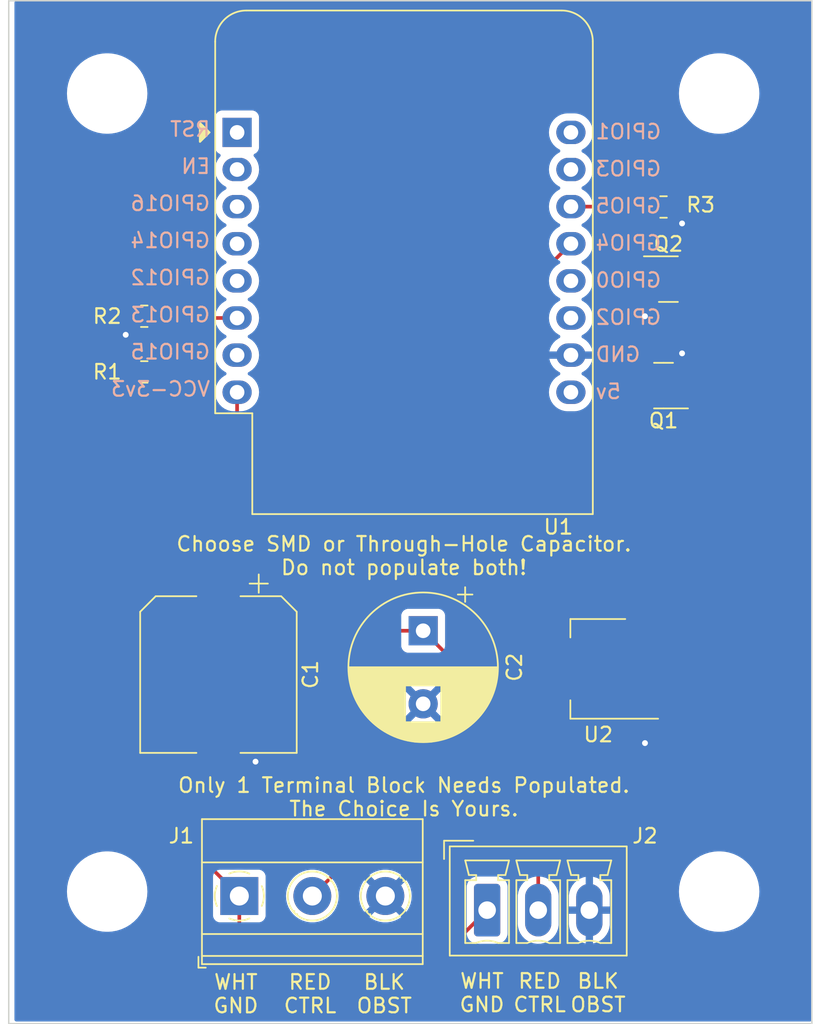
<source format=kicad_pcb>
(kicad_pcb (version 20221018) (generator pcbnew)
  (layers (0 "F.Cu" signal) (31 "B.Cu" signal) (34 "B.Paste" user) (35 "F.Paste" user) (36 "B.SilkS" user "B.Silkscreen") (37 "F.SilkS" user "F.Silkscreen") (38 "B.Mask" user) (39 "F.Mask" user) (44 "Edge.Cuts" user))
  (net 0 "")
  (net 1 "Net-(J1-Pin_2)")
  (net 2 "Net-(J1-Pin_1)")
  (net 3 "Net-(Q1-D)")
  (net 4 "Net-(Q2-G)")
  (net 5 "Net-(U1-MOSI{slash}D7)")
  (net 11 "unconnected-(U1-CS{slash}D8-Pad7)")
  (net 17 "GND")
  (net 18 "VCC")
  (footprint "Package_TO_SOT_SMD:SOT-223-3_TabPin2" (layer "F.Cu") (at 154.28 102.87 180)
    (fp_text reference "U2" (at 0 -4.5) (layer "F.SilkS"))
    (fp_text value "AMS1117-3.3")
    (fp_line (start -4.1 -3.41) (end 1.91 -3.41) (stroke (width 0.12)) (layer "F.SilkS"))
    (fp_line (start -1.85 3.41) (end 1.91 3.41) (stroke (width 0.12)) (layer "F.SilkS"))
    (fp_line (start 1.91 -3.41) (end 1.91 -2.15) (stroke (width 0.12)) (layer "F.SilkS"))
    (fp_line (start 1.91 3.41) (end 1.91 2.15) (stroke (width 0.12)) (layer "F.SilkS"))
    (pad "1" smd rect (at -3.15 -2.3 180) (size 2 1.5) (layers "F.Cu" "F.Paste" "F.Mask") (net 17 "GND"))
    (pad "2" smd rect (at -3.15 0 180) (size 2 1.5) (layers "F.Cu" "F.Paste" "F.Mask") (net 18 "VCC"))
    (pad "2" smd rect (at 3.15 0 180) (size 2 3.8) (layers "F.Cu" "F.Paste" "F.Mask") (net 18 "VCC"))
    (pad "3" smd rect (at -3.15 2.3 180) (size 2 1.5) (layers "F.Cu" "F.Paste" "F.Mask") (net 1 "Net-(J1-Pin_2)"))
  )
  (footprint "Resistor_SMD:R_0805_2012Metric" (layer "F.Cu") (at 158.75 71.264162 180)
    (fp_text reference "R3" (at -2.54 0.144162) (layer "F.SilkS"))
    (fp_text value "10k")
    (fp_line (start -0.227064 -0.735) (end 0.227064 -0.735) (stroke (width 0.12)) (layer "F.SilkS"))
    (fp_line (start -0.227064 0.735) (end 0.227064 0.735) (stroke (width 0.12)) (layer "F.SilkS"))
    (pad "1" smd roundrect (at -0.9125 0 180) (size 1.025 1.4) (layers "F.Cu" "F.Paste" "F.Mask") (roundrect_rratio 0.243902439) (net 17 "GND"))
    (pad "2" smd roundrect (at 0.9125 0 180) (size 1.025 1.4) (layers "F.Cu" "F.Paste" "F.Mask") (roundrect_rratio 0.243902439) (net 4 "Net-(Q2-G)"))
  )
  (footprint "MountingHole:MountingHole_5mm" (layer "F.Cu") (at 162.56 63.5)
    (fp_text reference "REF**" hide)
    (fp_text value "MountingHole_5mm")
    (pad "" np_thru_hole circle (at 0 0) (size 5 5) (drill 5) (layers "*.Cu" "*.Mask"))
  )
  (footprint "MountingHole:MountingHole_5mm" (layer "F.Cu") (at 162.56 118.11)
    (fp_text reference "REF**" hide)
    (fp_text value "MountingHole_5mm")
    (pad "" np_thru_hole circle (at 0 0) (size 5 5) (drill 5) (layers "F&B.Cu" "*.Mask"))
  )
  (footprint "Module:WEMOS_D1_mini_light" (layer "F.Cu") (at 129.5475 66.16)
    (fp_text reference "U1" (at 22 27) (layer "F.SilkS"))
    (fp_text value "WeMos_D1_mini")
    (fp_line (start -1.5 19.22) (end -1.5 -6.21) (stroke (width 0.12)) (layer "F.SilkS"))
    (fp_line (start -1.5 19.22) (end 1.04 19.22) (stroke (width 0.12)) (layer "F.SilkS"))
    (fp_line (start 1.04 19.22) (end 1.04 26.12) (stroke (width 0.12)) (layer "F.SilkS"))
    (fp_line (start 1.04 26.12) (end 24.36 26.12) (stroke (width 0.12)) (layer "F.SilkS"))
    (fp_line (start 22.24 -8.34) (end 0.63 -8.34) (stroke (width 0.12)) (layer "F.SilkS"))
    (fp_line (start 24.36 26.12) (end 24.36 -6.21) (stroke (width 0.12)) (layer "F.SilkS"))
    (fp_arc (start -1.5 -6.21) (mid -0.876137 -7.716137) (end 0.63 -8.34) (stroke (width 0.12)) (layer "F.SilkS"))
    (fp_arc (start 22.23 -8.34) (mid 23.736137 -7.716137) (end 24.36 -6.21) (stroke (width 0.12)) (layer "F.SilkS"))
    (fp_poly (pts (xy -2.54 -0.635) (xy -2.54 0.635) (xy -1.905 0)) (stroke (width 0.15)) (fill solid) (layer "F.SilkS"))
    (pad "1" thru_hole rect (at 0 0) (size 2 2) (drill 1) (layers "*.Cu" "*.Mask"))
    (pad "2" thru_hole oval (at 0 2.54) (size 2 1.6) (drill 1) (layers "*.Cu" "*.Mask"))
    (pad "3" thru_hole oval (at 0 5.08) (size 2 1.6) (drill 1) (layers "*.Cu" "*.Mask"))
    (pad "4" thru_hole oval (at 0 7.62) (size 2 1.6) (drill 1) (layers "*.Cu" "*.Mask"))
    (pad "5" thru_hole oval (at 0 10.16) (size 2 1.6) (drill 1) (layers "*.Cu" "*.Mask"))
    (pad "6" thru_hole oval (at 0 12.7) (size 2 1.6) (drill 1) (layers "*.Cu" "*.Mask") (net 5 "Net-(U1-MOSI{slash}D7)"))
    (pad "7" thru_hole oval (at 0 15.24) (size 2 1.6) (drill 1) (layers "*.Cu" "*.Mask") (net 11 "unconnected-(U1-CS{slash}D8-Pad7)"))
    (pad "8" thru_hole oval (at 0 17.78) (size 2 1.6) (drill 1) (layers "*.Cu" "*.Mask") (net 18 "VCC"))
    (pad "9" thru_hole oval (at 22.86 17.78) (size 2 1.6) (drill 1) (layers "*.Cu" "*.Mask"))
    (pad "10" thru_hole oval (at 22.86 15.24) (size 2 1.6) (drill 1) (layers "*.Cu" "*.Mask") (net 17 "GND"))
    (pad "11" thru_hole oval (at 22.86 12.7) (size 2 1.6) (drill 1) (layers "*.Cu" "*.Mask"))
    (pad "12" thru_hole oval (at 22.86 10.16) (size 2 1.6) (drill 1) (layers "*.Cu" "*.Mask"))
    (pad "13" thru_hole oval (at 22.86 7.62) (size 2 1.6) (drill 1) (layers "*.Cu" "*.Mask") (net 3 "Net-(Q1-D)"))
    (pad "14" thru_hole oval (at 22.86 5.08) (size 2 1.6) (drill 1) (layers "*.Cu" "*.Mask") (net 4 "Net-(Q2-G)"))
    (pad "15" thru_hole oval (at 22.86 2.54) (size 2 1.6) (drill 1) (layers "*.Cu" "*.Mask"))
    (pad "16" thru_hole oval (at 22.86 0) (size 2 1.6) (drill 1) (layers "*.Cu" "*.Mask"))
  )
  (footprint "MountingHole:MountingHole_5mm" (layer "F.Cu") (at 120.65 118.11)
    (fp_text reference "REF**" hide)
    (fp_text value "MountingHole_5mm")
    (pad "" np_thru_hole circle (at 0 0) (size 5 5) (drill 5) (layers "F&B.Cu" "*.Mask"))
  )
  (footprint "MountingHole:MountingHole_5mm" (layer "F.Cu") (at 120.65 63.5)
    (fp_text reference "REF**" hide)
    (fp_text value "MountingHole_5mm")
    (pad "" np_thru_hole circle (at 0 0) (size 5 5) (drill 5) (layers "F&B.Cu" "*.Mask"))
  )
  (footprint "Package_TO_SOT_SMD:SOT-23" (layer "F.Cu") (at 159.0825 76.2)
    (fp_text reference "Q2" (at 0 -2.4) (layer "F.SilkS"))
    (fp_text value "AO3400A")
    (fp_line (start 0 -1.56) (end -1.675 -1.56) (stroke (width 0.12)) (layer "F.SilkS"))
    (fp_line (start 0 -1.56) (end 0.65 -1.56) (stroke (width 0.12)) (layer "F.SilkS"))
    (fp_line (start 0 1.56) (end -0.65 1.56) (stroke (width 0.12)) (layer "F.SilkS"))
    (fp_line (start 0 1.56) (end 0.65 1.56) (stroke (width 0.12)) (layer "F.SilkS"))
    (pad "1" smd roundrect (at -0.9375 -0.95) (size 1.475 0.6) (layers "F.Cu" "F.Paste" "F.Mask") (net 4 "Net-(Q2-G)"))
    (pad "2" smd roundrect (at -0.9375 0.95) (size 1.475 0.6) (layers "F.Cu" "F.Paste" "F.Mask") (net 17 "GND"))
    (pad "3" smd roundrect (at 0.9375 0) (size 1.475 0.6) (layers "F.Cu" "F.Paste" "F.Mask") (net 1 "Net-(J1-Pin_2)"))
  )
  (footprint "Capacitor_THT:CP_Radial_D10.0mm_P5.00mm" (layer "F.Cu") (at 142.289668 100.262965 -90)
    (fp_text reference "C2" (at 2.5 -6.25 90) (layer "F.SilkS"))
    (fp_text value "16v1000uf")
    (fp_line (start -2.979646 -2.875) (end -1.979646 -2.875) (stroke (width 0.12)) (layer "F.SilkS"))
    (fp_line (start -2.479646 -3.375) (end -2.479646 -2.375) (stroke (width 0.12)) (layer "F.SilkS"))
    (fp_line (start 2.5 -5.08) (end 2.5 5.08) (stroke (width 0.12)) (layer "F.SilkS"))
    (fp_line (start 2.54 -5.08) (end 2.54 5.08) (stroke (width 0.12)) (layer "F.SilkS"))
    (fp_line (start 2.58 -5.08) (end 2.58 5.08) (stroke (width 0.12)) (layer "F.SilkS"))
    (fp_line (start 2.62 -5.079) (end 2.62 5.079) (stroke (width 0.12)) (layer "F.SilkS"))
    (fp_line (start 2.66 -5.078) (end 2.66 5.078) (stroke (width 0.12)) (layer "F.SilkS"))
    (fp_line (start 2.7 -5.077) (end 2.7 5.077) (stroke (width 0.12)) (layer "F.SilkS"))
    (fp_line (start 2.74 -5.075) (end 2.74 5.075) (stroke (width 0.12)) (layer "F.SilkS"))
    (fp_line (start 2.78 -5.073) (end 2.78 5.073) (stroke (width 0.12)) (layer "F.SilkS"))
    (fp_line (start 2.82 -5.07) (end 2.82 5.07) (stroke (width 0.12)) (layer "F.SilkS"))
    (fp_line (start 2.86 -5.068) (end 2.86 5.068) (stroke (width 0.12)) (layer "F.SilkS"))
    (fp_line (start 2.9 -5.065) (end 2.9 5.065) (stroke (width 0.12)) (layer "F.SilkS"))
    (fp_line (start 2.94 -5.062) (end 2.94 5.062) (stroke (width 0.12)) (layer "F.SilkS"))
    (fp_line (start 2.98 -5.058) (end 2.98 5.058) (stroke (width 0.12)) (layer "F.SilkS"))
    (fp_line (start 3.02 -5.054) (end 3.02 5.054) (stroke (width 0.12)) (layer "F.SilkS"))
    (fp_line (start 3.06 -5.05) (end 3.06 5.05) (stroke (width 0.12)) (layer "F.SilkS"))
    (fp_line (start 3.1 -5.045) (end 3.1 5.045) (stroke (width 0.12)) (layer "F.SilkS"))
    (fp_line (start 3.14 -5.04) (end 3.14 5.04) (stroke (width 0.12)) (layer "F.SilkS"))
    (fp_line (start 3.18 -5.035) (end 3.18 5.035) (stroke (width 0.12)) (layer "F.SilkS"))
    (fp_line (start 3.221 -5.03) (end 3.221 5.03) (stroke (width 0.12)) (layer "F.SilkS"))
    (fp_line (start 3.261 -5.024) (end 3.261 5.024) (stroke (width 0.12)) (layer "F.SilkS"))
    (fp_line (start 3.301 -5.018) (end 3.301 5.018) (stroke (width 0.12)) (layer "F.SilkS"))
    (fp_line (start 3.341 -5.011) (end 3.341 5.011) (stroke (width 0.12)) (layer "F.SilkS"))
    (fp_line (start 3.381 -5.004) (end 3.381 5.004) (stroke (width 0.12)) (layer "F.SilkS"))
    (fp_line (start 3.421 -4.997) (end 3.421 4.997) (stroke (width 0.12)) (layer "F.SilkS"))
    (fp_line (start 3.461 -4.99) (end 3.461 4.99) (stroke (width 0.12)) (layer "F.SilkS"))
    (fp_line (start 3.501 -4.982) (end 3.501 4.982) (stroke (width 0.12)) (layer "F.SilkS"))
    (fp_line (start 3.541 -4.974) (end 3.541 4.974) (stroke (width 0.12)) (layer "F.SilkS"))
    (fp_line (start 3.581 -4.965) (end 3.581 4.965) (stroke (width 0.12)) (layer "F.SilkS"))
    (fp_line (start 3.621 -4.956) (end 3.621 4.956) (stroke (width 0.12)) (layer "F.SilkS"))
    (fp_line (start 3.661 -4.947) (end 3.661 4.947) (stroke (width 0.12)) (layer "F.SilkS"))
    (fp_line (start 3.701 -4.938) (end 3.701 4.938) (stroke (width 0.12)) (layer "F.SilkS"))
    (fp_line (start 3.741 -4.928) (end 3.741 4.928) (stroke (width 0.12)) (layer "F.SilkS"))
    (fp_line (start 3.781 -4.918) (end 3.781 -1.241) (stroke (width 0.12)) (layer "F.SilkS"))
    (fp_line (start 3.781 1.241) (end 3.781 4.918) (stroke (width 0.12)) (layer "F.SilkS"))
    (fp_line (start 3.821 -4.907) (end 3.821 -1.241) (stroke (width 0.12)) (layer "F.SilkS"))
    (fp_line (start 3.821 1.241) (end 3.821 4.907) (stroke (width 0.12)) (layer "F.SilkS"))
    (fp_line (start 3.861 -4.897) (end 3.861 -1.241) (stroke (width 0.12)) (layer "F.SilkS"))
    (fp_line (start 3.861 1.241) (end 3.861 4.897) (stroke (width 0.12)) (layer "F.SilkS"))
    (fp_line (start 3.901 -4.885) (end 3.901 -1.241) (stroke (width 0.12)) (layer "F.SilkS"))
    (fp_line (start 3.901 1.241) (end 3.901 4.885) (stroke (width 0.12)) (layer "F.SilkS"))
    (fp_line (start 3.941 -4.874) (end 3.941 -1.241) (stroke (width 0.12)) (layer "F.SilkS"))
    (fp_line (start 3.941 1.241) (end 3.941 4.874) (stroke (width 0.12)) (layer "F.SilkS"))
    (fp_line (start 3.981 -4.862) (end 3.981 -1.241) (stroke (width 0.12)) (layer "F.SilkS"))
    (fp_line (start 3.981 1.241) (end 3.981 4.862) (stroke (width 0.12)) (layer "F.SilkS"))
    (fp_line (start 4.021 -4.85) (end 4.021 -1.241) (stroke (width 0.12)) (layer "F.SilkS"))
    (fp_line (start 4.021 1.241) (end 4.021 4.85) (stroke (width 0.12)) (layer "F.SilkS"))
    (fp_line (start 4.061 -4.837) (end 4.061 -1.241) (stroke (width 0.12)) (layer "F.SilkS"))
    (fp_line (start 4.061 1.241) (end 4.061 4.837) (stroke (width 0.12)) (layer "F.SilkS"))
    (fp_line (start 4.101 -4.824) (end 4.101 -1.241) (stroke (width 0.12)) (layer "F.SilkS"))
    (fp_line (start 4.101 1.241) (end 4.101 4.824) (stroke (width 0.12)) (layer "F.SilkS"))
    (fp_line (start 4.141 -4.811) (end 4.141 -1.241) (stroke (width 0.12)) (layer "F.SilkS"))
    (fp_line (start 4.141 1.241) (end 4.141 4.811) (stroke (width 0.12)) (layer "F.SilkS"))
    (fp_line (start 4.181 -4.797) (end 4.181 -1.241) (stroke (width 0.12)) (layer "F.SilkS"))
    (fp_line (start 4.181 1.241) (end 4.181 4.797) (stroke (width 0.12)) (layer "F.SilkS"))
    (fp_line (start 4.221 -4.783) (end 4.221 -1.241) (stroke (width 0.12)) (layer "F.SilkS"))
    (fp_line (start 4.221 1.241) (end 4.221 4.783) (stroke (width 0.12)) (layer "F.SilkS"))
    (fp_line (start 4.261 -4.768) (end 4.261 -1.241) (stroke (width 0.12)) (layer "F.SilkS"))
    (fp_line (start 4.261 1.241) (end 4.261 4.768) (stroke (width 0.12)) (layer "F.SilkS"))
    (fp_line (start 4.301 -4.754) (end 4.301 -1.241) (stroke (width 0.12)) (layer "F.SilkS"))
    (fp_line (start 4.301 1.241) (end 4.301 4.754) (stroke (width 0.12)) (layer "F.SilkS"))
    (fp_line (start 4.341 -4.738) (end 4.341 -1.241) (stroke (width 0.12)) (layer "F.SilkS"))
    (fp_line (start 4.341 1.241) (end 4.341 4.738) (stroke (width 0.12)) (layer "F.SilkS"))
    (fp_line (start 4.381 -4.723) (end 4.381 -1.241) (stroke (width 0.12)) (layer "F.SilkS"))
    (fp_line (start 4.381 1.241) (end 4.381 4.723) (stroke (width 0.12)) (layer "F.SilkS"))
    (fp_line (start 4.421 -4.707) (end 4.421 -1.241) (stroke (width 0.12)) (layer "F.SilkS"))
    (fp_line (start 4.421 1.241) (end 4.421 4.707) (stroke (width 0.12)) (layer "F.SilkS"))
    (fp_line (start 4.461 -4.69) (end 4.461 -1.241) (stroke (width 0.12)) (layer "F.SilkS"))
    (fp_line (start 4.461 1.241) (end 4.461 4.69) (stroke (width 0.12)) (layer "F.SilkS"))
    (fp_line (start 4.501 -4.674) (end 4.501 -1.241) (stroke (width 0.12)) (layer "F.SilkS"))
    (fp_line (start 4.501 1.241) (end 4.501 4.674) (stroke (width 0.12)) (layer "F.SilkS"))
    (fp_line (start 4.541 -4.657) (end 4.541 -1.241) (stroke (width 0.12)) (layer "F.SilkS"))
    (fp_line (start 4.541 1.241) (end 4.541 4.657) (stroke (width 0.12)) (layer "F.SilkS"))
    (fp_line (start 4.581 -4.639) (end 4.581 -1.241) (stroke (width 0.12)) (layer "F.SilkS"))
    (fp_line (start 4.581 1.241) (end 4.581 4.639) (stroke (width 0.12)) (layer "F.SilkS"))
    (fp_line (start 4.621 -4.621) (end 4.621 -1.241) (stroke (width 0.12)) (layer "F.SilkS"))
    (fp_line (start 4.621 1.241) (end 4.621 4.621) (stroke (width 0.12)) (layer "F.SilkS"))
    (fp_line (start 4.661 -4.603) (end 4.661 -1.241) (stroke (width 0.12)) (layer "F.SilkS"))
    (fp_line (start 4.661 1.241) (end 4.661 4.603) (stroke (width 0.12)) (layer "F.SilkS"))
    (fp_line (start 4.701 -4.584) (end 4.701 -1.241) (stroke (width 0.12)) (layer "F.SilkS"))
    (fp_line (start 4.701 1.241) (end 4.701 4.584) (stroke (width 0.12)) (layer "F.SilkS"))
    (fp_line (start 4.741 -4.564) (end 4.741 -1.241) (stroke (width 0.12)) (layer "F.SilkS"))
    (fp_line (start 4.741 1.241) (end 4.741 4.564) (stroke (width 0.12)) (layer "F.SilkS"))
    (fp_line (start 4.781 -4.545) (end 4.781 -1.241) (stroke (width 0.12)) (layer "F.SilkS"))
    (fp_line (start 4.781 1.241) (end 4.781 4.545) (stroke (width 0.12)) (layer "F.SilkS"))
    (fp_line (start 4.821 -4.525) (end 4.821 -1.241) (stroke (width 0.12)) (layer "F.SilkS"))
    (fp_line (start 4.821 1.241) (end 4.821 4.525) (stroke (width 0.12)) (layer "F.SilkS"))
    (fp_line (start 4.861 -4.504) (end 4.861 -1.241) (stroke (width 0.12)) (layer "F.SilkS"))
    (fp_line (start 4.861 1.241) (end 4.861 4.504) (stroke (width 0.12)) (layer "F.SilkS"))
    (fp_line (start 4.901 -4.483) (end 4.901 -1.241) (stroke (width 0.12)) (layer "F.SilkS"))
    (fp_line (start 4.901 1.241) (end 4.901 4.483) (stroke (width 0.12)) (layer "F.SilkS"))
    (fp_line (start 4.941 -4.462) (end 4.941 -1.241) (stroke (width 0.12)) (layer "F.SilkS"))
    (fp_line (start 4.941 1.241) (end 4.941 4.462) (stroke (width 0.12)) (layer "F.SilkS"))
    (fp_line (start 4.981 -4.44) (end 4.981 -1.241) (stroke (width 0.12)) (layer "F.SilkS"))
    (fp_line (start 4.981 1.241) (end 4.981 4.44) (stroke (width 0.12)) (layer "F.SilkS"))
    (fp_line (start 5.021 -4.417) (end 5.021 -1.241) (stroke (width 0.12)) (layer "F.SilkS"))
    (fp_line (start 5.021 1.241) (end 5.021 4.417) (stroke (width 0.12)) (layer "F.SilkS"))
    (fp_line (start 5.061 -4.395) (end 5.061 -1.241) (stroke (width 0.12)) (layer "F.SilkS"))
    (fp_line (start 5.061 1.241) (end 5.061 4.395) (stroke (width 0.12)) (layer "F.SilkS"))
    (fp_line (start 5.101 -4.371) (end 5.101 -1.241) (stroke (width 0.12)) (layer "F.SilkS"))
    (fp_line (start 5.101 1.241) (end 5.101 4.371) (stroke (width 0.12)) (layer "F.SilkS"))
    (fp_line (start 5.141 -4.347) (end 5.141 -1.241) (stroke (width 0.12)) (layer "F.SilkS"))
    (fp_line (start 5.141 1.241) (end 5.141 4.347) (stroke (width 0.12)) (layer "F.SilkS"))
    (fp_line (start 5.181 -4.323) (end 5.181 -1.241) (stroke (width 0.12)) (layer "F.SilkS"))
    (fp_line (start 5.181 1.241) (end 5.181 4.323) (stroke (width 0.12)) (layer "F.SilkS"))
    (fp_line (start 5.221 -4.298) (end 5.221 -1.241) (stroke (width 0.12)) (layer "F.SilkS"))
    (fp_line (start 5.221 1.241) (end 5.221 4.298) (stroke (width 0.12)) (layer "F.SilkS"))
    (fp_line (start 5.261 -4.273) (end 5.261 -1.241) (stroke (width 0.12)) (layer "F.SilkS"))
    (fp_line (start 5.261 1.241) (end 5.261 4.273) (stroke (width 0.12)) (layer "F.SilkS"))
    (fp_line (start 5.301 -4.247) (end 5.301 -1.241) (stroke (width 0.12)) (layer "F.SilkS"))
    (fp_line (start 5.301 1.241) (end 5.301 4.247) (stroke (width 0.12)) (layer "F.SilkS"))
    (fp_line (start 5.341 -4.221) (end 5.341 -1.241) (stroke (width 0.12)) (layer "F.SilkS"))
    (fp_line (start 5.341 1.241) (end 5.341 4.221) (stroke (width 0.12)) (layer "F.SilkS"))
    (fp_line (start 5.381 -4.194) (end 5.381 -1.241) (stroke (width 0.12)) (layer "F.SilkS"))
    (fp_line (start 5.381 1.241) (end 5.381 4.194) (stroke (width 0.12)) (layer "F.SilkS"))
    (fp_line (start 5.421 -4.166) (end 5.421 -1.241) (stroke (width 0.12)) (layer "F.SilkS"))
    (fp_line (start 5.421 1.241) (end 5.421 4.166) (stroke (width 0.12)) (layer "F.SilkS"))
    (fp_line (start 5.461 -4.138) (end 5.461 -1.241) (stroke (width 0.12)) (layer "F.SilkS"))
    (fp_line (start 5.461 1.241) (end 5.461 4.138) (stroke (width 0.12)) (layer "F.SilkS"))
    (fp_line (start 5.501 -4.11) (end 5.501 -1.241) (stroke (width 0.12)) (layer "F.SilkS"))
    (fp_line (start 5.501 1.241) (end 5.501 4.11) (stroke (width 0.12)) (layer "F.SilkS"))
    (fp_line (start 5.541 -4.08) (end 5.541 -1.241) (stroke (width 0.12)) (layer "F.SilkS"))
    (fp_line (start 5.541 1.241) (end 5.541 4.08) (stroke (width 0.12)) (layer "F.SilkS"))
    (fp_line (start 5.581 -4.05) (end 5.581 -1.241) (stroke (width 0.12)) (layer "F.SilkS"))
    (fp_line (start 5.581 1.241) (end 5.581 4.05) (stroke (width 0.12)) (layer "F.SilkS"))
    (fp_line (start 5.621 -4.02) (end 5.621 -1.241) (stroke (width 0.12)) (layer "F.SilkS"))
    (fp_line (start 5.621 1.241) (end 5.621 4.02) (stroke (width 0.12)) (layer "F.SilkS"))
    (fp_line (start 5.661 -3.989) (end 5.661 -1.241) (stroke (width 0.12)) (layer "F.SilkS"))
    (fp_line (start 5.661 1.241) (end 5.661 3.989) (stroke (width 0.12)) (layer "F.SilkS"))
    (fp_line (start 5.701 -3.957) (end 5.701 -1.241) (stroke (width 0.12)) (layer "F.SilkS"))
    (fp_line (start 5.701 1.241) (end 5.701 3.957) (stroke (width 0.12)) (layer "F.SilkS"))
    (fp_line (start 5.741 -3.925) (end 5.741 -1.241) (stroke (width 0.12)) (layer "F.SilkS"))
    (fp_line (start 5.741 1.241) (end 5.741 3.925) (stroke (width 0.12)) (layer "F.SilkS"))
    (fp_line (start 5.781 -3.892) (end 5.781 -1.241) (stroke (width 0.12)) (layer "F.SilkS"))
    (fp_line (start 5.781 1.241) (end 5.781 3.892) (stroke (width 0.12)) (layer "F.SilkS"))
    (fp_line (start 5.821 -3.858) (end 5.821 -1.241) (stroke (width 0.12)) (layer "F.SilkS"))
    (fp_line (start 5.821 1.241) (end 5.821 3.858) (stroke (width 0.12)) (layer "F.SilkS"))
    (fp_line (start 5.861 -3.824) (end 5.861 -1.241) (stroke (width 0.12)) (layer "F.SilkS"))
    (fp_line (start 5.861 1.241) (end 5.861 3.824) (stroke (width 0.12)) (layer "F.SilkS"))
    (fp_line (start 5.901 -3.789) (end 5.901 -1.241) (stroke (width 0.12)) (layer "F.SilkS"))
    (fp_line (start 5.901 1.241) (end 5.901 3.789) (stroke (width 0.12)) (layer "F.SilkS"))
    (fp_line (start 5.941 -3.753) (end 5.941 -1.241) (stroke (width 0.12)) (layer "F.SilkS"))
    (fp_line (start 5.941 1.241) (end 5.941 3.753) (stroke (width 0.12)) (layer "F.SilkS"))
    (fp_line (start 5.981 -3.716) (end 5.981 -1.241) (stroke (width 0.12)) (layer "F.SilkS"))
    (fp_line (start 5.981 1.241) (end 5.981 3.716) (stroke (width 0.12)) (layer "F.SilkS"))
    (fp_line (start 6.021 -3.679) (end 6.021 -1.241) (stroke (width 0.12)) (layer "F.SilkS"))
    (fp_line (start 6.021 1.241) (end 6.021 3.679) (stroke (width 0.12)) (layer "F.SilkS"))
    (fp_line (start 6.061 -3.64) (end 6.061 -1.241) (stroke (width 0.12)) (layer "F.SilkS"))
    (fp_line (start 6.061 1.241) (end 6.061 3.64) (stroke (width 0.12)) (layer "F.SilkS"))
    (fp_line (start 6.101 -3.601) (end 6.101 -1.241) (stroke (width 0.12)) (layer "F.SilkS"))
    (fp_line (start 6.101 1.241) (end 6.101 3.601) (stroke (width 0.12)) (layer "F.SilkS"))
    (fp_line (start 6.141 -3.561) (end 6.141 -1.241) (stroke (width 0.12)) (layer "F.SilkS"))
    (fp_line (start 6.141 1.241) (end 6.141 3.561) (stroke (width 0.12)) (layer "F.SilkS"))
    (fp_line (start 6.181 -3.52) (end 6.181 -1.241) (stroke (width 0.12)) (layer "F.SilkS"))
    (fp_line (start 6.181 1.241) (end 6.181 3.52) (stroke (width 0.12)) (layer "F.SilkS"))
    (fp_line (start 6.221 -3.478) (end 6.221 -1.241) (stroke (width 0.12)) (layer "F.SilkS"))
    (fp_line (start 6.221 1.241) (end 6.221 3.478) (stroke (width 0.12)) (layer "F.SilkS"))
    (fp_line (start 6.261 -3.436) (end 6.261 3.436) (stroke (width 0.12)) (layer "F.SilkS"))
    (fp_line (start 6.301 -3.392) (end 6.301 3.392) (stroke (width 0.12)) (layer "F.SilkS"))
    (fp_line (start 6.341 -3.347) (end 6.341 3.347) (stroke (width 0.12)) (layer "F.SilkS"))
    (fp_line (start 6.381 -3.301) (end 6.381 3.301) (stroke (width 0.12)) (layer "F.SilkS"))
    (fp_line (start 6.421 -3.254) (end 6.421 3.254) (stroke (width 0.12)) (layer "F.SilkS"))
    (fp_line (start 6.461 -3.206) (end 6.461 3.206) (stroke (width 0.12)) (layer "F.SilkS"))
    (fp_line (start 6.501 -3.156) (end 6.501 3.156) (stroke (width 0.12)) (layer "F.SilkS"))
    (fp_line (start 6.541 -3.106) (end 6.541 3.106) (stroke (width 0.12)) (layer "F.SilkS"))
    (fp_line (start 6.581 -3.054) (end 6.581 3.054) (stroke (width 0.12)) (layer "F.SilkS"))
    (fp_line (start 6.621 -3) (end 6.621 3) (stroke (width 0.12)) (layer "F.SilkS"))
    (fp_line (start 6.661 -2.945) (end 6.661 2.945) (stroke (width 0.12)) (layer "F.SilkS"))
    (fp_line (start 6.701 -2.889) (end 6.701 2.889) (stroke (width 0.12)) (layer "F.SilkS"))
    (fp_line (start 6.741 -2.83) (end 6.741 2.83) (stroke (width 0.12)) (layer "F.SilkS"))
    (fp_line (start 6.781 -2.77) (end 6.781 2.77) (stroke (width 0.12)) (layer "F.SilkS"))
    (fp_line (start 6.821 -2.709) (end 6.821 2.709) (stroke (width 0.12)) (layer "F.SilkS"))
    (fp_line (start 6.861 -2.645) (end 6.861 2.645) (stroke (width 0.12)) (layer "F.SilkS"))
    (fp_line (start 6.901 -2.579) (end 6.901 2.579) (stroke (width 0.12)) (layer "F.SilkS"))
    (fp_line (start 6.941 -2.51) (end 6.941 2.51) (stroke (width 0.12)) (layer "F.SilkS"))
    (fp_line (start 6.981 -2.439) (end 6.981 2.439) (stroke (width 0.12)) (layer "F.SilkS"))
    (fp_line (start 7.021 -2.365) (end 7.021 2.365) (stroke (width 0.12)) (layer "F.SilkS"))
    (fp_line (start 7.061 -2.289) (end 7.061 2.289) (stroke (width 0.12)) (layer "F.SilkS"))
    (fp_line (start 7.101 -2.209) (end 7.101 2.209) (stroke (width 0.12)) (layer "F.SilkS"))
    (fp_line (start 7.141 -2.125) (end 7.141 2.125) (stroke (width 0.12)) (layer "F.SilkS"))
    (fp_line (start 7.181 -2.037) (end 7.181 2.037) (stroke (width 0.12)) (layer "F.SilkS"))
    (fp_line (start 7.221 -1.944) (end 7.221 1.944) (stroke (width 0.12)) (layer "F.SilkS"))
    (fp_line (start 7.261 -1.846) (end 7.261 1.846) (stroke (width 0.12)) (layer "F.SilkS"))
    (fp_line (start 7.301 -1.742) (end 7.301 1.742) (stroke (width 0.12)) (layer "F.SilkS"))
    (fp_line (start 7.341 -1.63) (end 7.341 1.63) (stroke (width 0.12)) (layer "F.SilkS"))
    (fp_line (start 7.381 -1.51) (end 7.381 1.51) (stroke (width 0.12)) (layer "F.SilkS"))
    (fp_line (start 7.421 -1.378) (end 7.421 1.378) (stroke (width 0.12)) (layer "F.SilkS"))
    (fp_line (start 7.461 -1.23) (end 7.461 1.23) (stroke (width 0.12)) (layer "F.SilkS"))
    (fp_line (start 7.501 -1.062) (end 7.501 1.062) (stroke (width 0.12)) (layer "F.SilkS"))
    (fp_line (start 7.541 -0.862) (end 7.541 0.862) (stroke (width 0.12)) (layer "F.SilkS"))
    (fp_line (start 7.581 -0.599) (end 7.581 0.599) (stroke (width 0.12)) (layer "F.SilkS"))
    (fp_circle (center 2.5 0) (end 7.62 0) (stroke (width 0.12)) (fill none) (layer "F.SilkS"))
    (pad "1" thru_hole rect (at 0 0 270) (size 2 2) (drill 1) (layers "*.Cu" "*.Mask") (net 18 "VCC"))
    (pad "2" thru_hole circle (at 5 0 270) (size 2 2) (drill 1) (layers "*.Cu" "*.Mask") (net 17 "GND"))
  )
  (footprint "Package_TO_SOT_SMD:SOT-23" (layer "F.Cu") (at 158.75 83.4875 180)
    (fp_text reference "Q1" (at 0 -2.4) (layer "F.SilkS"))
    (fp_text value "2N7002")
    (fp_line (start 0 -1.56) (end -1.675 -1.56) (stroke (width 0.12)) (layer "F.SilkS"))
    (fp_line (start 0 -1.56) (end 0.65 -1.56) (stroke (width 0.12)) (layer "F.SilkS"))
    (fp_line (start 0 1.56) (end -0.65 1.56) (stroke (width 0.12)) (layer "F.SilkS"))
    (fp_line (start 0 1.56) (end 0.65 1.56) (stroke (width 0.12)) (layer "F.SilkS"))
    (pad "1" smd roundrect (at -0.9375 -0.95 180) (size 1.475 0.6) (layers "F.Cu" "F.Paste" "F.Mask") (net 1 "Net-(J1-Pin_2)"))
    (pad "2" smd roundrect (at -0.9375 0.95 180) (size 1.475 0.6) (layers "F.Cu" "F.Paste" "F.Mask") (net 17 "GND"))
    (pad "3" smd roundrect (at 0.9375 0 180) (size 1.475 0.6) (layers "F.Cu" "F.Paste" "F.Mask") (net 3 "Net-(Q1-D)"))
  )
  (footprint "Connector_Phoenix_MC:PhoenixContact_MCV_1,5_3-G-3.5_1x03_P3.50mm_Vertical" (layer "F.Cu") (at 146.67 119.38)
    (fp_text reference "J2" (at 10.81 -5.08) (layer "F.SilkS"))
    (fp_text value "Screw_Terminal_01x03")
    (fp_line (start -2.95 -4.75) (end -0.95 -4.75) (stroke (width 0.12)) (layer "F.SilkS"))
    (fp_line (start -2.95 -3.5) (end -2.95 -4.75) (stroke (width 0.12)) (layer "F.SilkS"))
    (fp_line (start -2.56 -4.36) (end -2.56 3.11) (stroke (width 0.12)) (layer "F.SilkS"))
    (fp_line (start -2.56 3.11) (end 9.56 3.11) (stroke (width 0.12)) (layer "F.SilkS"))
    (fp_line (start -1.5 -3.4) (end 1.5 -3.4) (stroke (width 0.12)) (layer "F.SilkS"))
    (fp_line (start -1.5 -2.05) (end -0.75 -2.05) (stroke (width 0.12)) (layer "F.SilkS"))
    (fp_line (start -1.5 2.25) (end -1.5 -2.05) (stroke (width 0.12)) (layer "F.SilkS"))
    (fp_line (start -1.25 -2.4) (end -1.5 -3.4) (stroke (width 0.12)) (layer "F.SilkS"))
    (fp_line (start -0.75 -2.4) (end -1.25 -2.4) (stroke (width 0.12)) (layer "F.SilkS"))
    (fp_line (start -0.75 -2.05) (end -0.75 -2.4) (stroke (width 0.12)) (layer "F.SilkS"))
    (fp_line (start -0.75 2.25) (end -1.5 2.25) (stroke (width 0.12)) (layer "F.SilkS"))
    (fp_line (start 0.75 -2.4) (end 0.75 -2.05) (stroke (width 0.12)) (layer "F.SilkS"))
    (fp_line (start 0.75 -2.05) (end 1.5 -2.05) (stroke (width 0.12)) (layer "F.SilkS"))
    (fp_line (start 1.25 -2.4) (end 0.75 -2.4) (stroke (width 0.12)) (layer "F.SilkS"))
    (fp_line (start 1.5 -3.4) (end 1.25 -2.4) (stroke (width 0.12)) (layer "F.SilkS"))
    (fp_line (start 1.5 -2.05) (end 1.5 2.25) (stroke (width 0.12)) (layer "F.SilkS"))
    (fp_line (start 1.5 2.25) (end 0.75 2.25) (stroke (width 0.12)) (layer "F.SilkS"))
    (fp_line (start 2 -3.4) (end 5 -3.4) (stroke (width 0.12)) (layer "F.SilkS"))
    (fp_line (start 2 -2.05) (end 2.75 -2.05) (stroke (width 0.12)) (layer "F.SilkS"))
    (fp_line (start 2 2.25) (end 2 -2.05) (stroke (width 0.12)) (layer "F.SilkS"))
    (fp_line (start 2.25 -2.4) (end 2 -3.4) (stroke (width 0.12)) (layer "F.SilkS"))
    (fp_line (start 2.75 -2.4) (end 2.25 -2.4) (stroke (width 0.12)) (layer "F.SilkS"))
    (fp_line (start 2.75 -2.05) (end 2.75 -2.4) (stroke (width 0.12)) (layer "F.SilkS"))
    (fp_line (start 2.75 2.25) (end 2 2.25) (stroke (width 0.12)) (layer "F.SilkS"))
    (fp_line (start 4.25 -2.4) (end 4.25 -2.05) (stroke (width 0.12)) (layer "F.SilkS"))
    (fp_line (start 4.25 -2.05) (end 5 -2.05) (stroke (width 0.12)) (layer "F.SilkS"))
    (fp_line (start 4.75 -2.4) (end 4.25 -2.4) (stroke (width 0.12)) (layer "F.SilkS"))
    (fp_line (start 5 -3.4) (end 4.75 -2.4) (stroke (width 0.12)) (layer "F.SilkS"))
    (fp_line (start 5 -2.05) (end 5 2.25) (stroke (width 0.12)) (layer "F.SilkS"))
    (fp_line (start 5 2.25) (end 4.25 2.25) (stroke (width 0.12)) (layer "F.SilkS"))
    (fp_line (start 5.5 -3.4) (end 8.5 -3.4) (stroke (width 0.12)) (layer "F.SilkS"))
    (fp_line (start 5.5 -2.05) (end 6.25 -2.05) (stroke (width 0.12)) (layer "F.SilkS"))
    (fp_line (start 5.5 2.25) (end 5.5 -2.05) (stroke (width 0.12)) (layer "F.SilkS"))
    (fp_line (start 5.75 -2.4) (end 5.5 -3.4) (stroke (width 0.12)) (layer "F.SilkS"))
    (fp_line (start 6.25 -2.4) (end 5.75 -2.4) (stroke (width 0.12)) (layer "F.SilkS"))
    (fp_line (start 6.25 -2.05) (end 6.25 -2.4) (stroke (width 0.12)) (layer "F.SilkS"))
    (fp_line (start 6.25 2.25) (end 5.5 2.25) (stroke (width 0.12)) (layer "F.SilkS"))
    (fp_line (start 7.75 -2.4) (end 7.75 -2.05) (stroke (width 0.12)) (layer "F.SilkS"))
    (fp_line (start 7.75 -2.05) (end 8.5 -2.05) (stroke (width 0.12)) (layer "F.SilkS"))
    (fp_line (start 8.25 -2.4) (end 7.75 -2.4) (stroke (width 0.12)) (layer "F.SilkS"))
    (fp_line (start 8.5 -3.4) (end 8.25 -2.4) (stroke (width 0.12)) (layer "F.SilkS"))
    (fp_line (start 8.5 -2.05) (end 8.5 2.25) (stroke (width 0.12)) (layer "F.SilkS"))
    (fp_line (start 8.5 2.25) (end 7.75 2.25) (stroke (width 0.12)) (layer "F.SilkS"))
    (fp_line (start 9.56 -4.36) (end -2.56 -4.36) (stroke (width 0.12)) (layer "F.SilkS"))
    (fp_line (start 9.56 3.11) (end 9.56 -4.36) (stroke (width 0.12)) (layer "F.SilkS"))
    (fp_arc (start -0.75 2.25) (mid -0.000193 2.09191) (end 0.749647 2.249844) (stroke (width 0.12)) (layer "F.SilkS"))
    (fp_arc (start 2.75 2.25) (mid 3.499807 2.09191) (end 4.249647 2.249844) (stroke (width 0.12)) (layer "F.SilkS"))
    (fp_arc (start 6.25 2.25) (mid 6.999807 2.09191) (end 7.749647 2.249844) (stroke (width 0.12)) (layer "F.SilkS"))
    (pad "1" thru_hole roundrect (at 0 0) (size 1.8 3.6) (drill 1.2) (layers "*.Cu" "*.Mask") (roundrect_rratio 0.1388888889) (net 2 "Net-(J1-Pin_1)"))
    (pad "2" thru_hole oval (at 3.5 0) (size 1.8 3.6) (drill 1.2) (layers "*.Cu" "*.Mask") (net 1 "Net-(J1-Pin_2)"))
    (pad "3" thru_hole oval (at 7 0) (size 1.8 3.6) (drill 1.2) (layers "*.Cu" "*.Mask") (net 17 "GND"))
  )
  (footprint "TerminalBlock_Phoenix:TerminalBlock_Phoenix_MKDS-1,5-3_1x03_P5.00mm_Horizontal" (layer "F.Cu") (at 129.7 118.415)
    (fp_text reference "J1" (at -3.97 -4.115) (layer "F.SilkS"))
    (fp_text value "Screw_Terminal_01x03")
    (fp_line (start -2.8 4.16) (end -2.8 4.9) (stroke (width 0.12)) (layer "F.SilkS"))
    (fp_line (start -2.8 4.9) (end -2.3 4.9) (stroke (width 0.12)) (layer "F.SilkS"))
    (fp_line (start -2.56 -5.261) (end -2.56 4.66) (stroke (width 0.12)) (layer "F.SilkS"))
    (fp_line (start -2.56 -5.261) (end 12.56 -5.261) (stroke (width 0.12)) (layer "F.SilkS"))
    (fp_line (start -2.56 -2.301) (end 12.56 -2.301) (stroke (width 0.12)) (layer "F.SilkS"))
    (fp_line (start -2.56 2.6) (end 12.56 2.6) (stroke (width 0.12)) (layer "F.SilkS"))
    (fp_line (start -2.56 4.1) (end 12.56 4.1) (stroke (width 0.12)) (layer "F.SilkS"))
    (fp_line (start -2.56 4.66) (end 12.56 4.66) (stroke (width 0.12)) (layer "F.SilkS"))
    (fp_line (start 3.773 1.023) (end 3.726 1.069) (stroke (width 0.12)) (layer "F.SilkS"))
    (fp_line (start 3.966 1.239) (end 3.931 1.274) (stroke (width 0.12)) (layer "F.SilkS"))
    (fp_line (start 6.07 -1.275) (end 6.035 -1.239) (stroke (width 0.12)) (layer "F.SilkS"))
    (fp_line (start 6.275 -1.069) (end 6.228 -1.023) (stroke (width 0.12)) (layer "F.SilkS"))
    (fp_line (start 8.773 1.023) (end 8.726 1.069) (stroke (width 0.12)) (layer "F.SilkS"))
    (fp_line (start 8.966 1.239) (end 8.931 1.274) (stroke (width 0.12)) (layer "F.SilkS"))
    (fp_line (start 11.07 -1.275) (end 11.035 -1.239) (stroke (width 0.12)) (layer "F.SilkS"))
    (fp_line (start 11.275 -1.069) (end 11.228 -1.023) (stroke (width 0.12)) (layer "F.SilkS"))
    (fp_line (start 12.56 -5.261) (end 12.56 4.66) (stroke (width 0.12)) (layer "F.SilkS"))
    (fp_arc (start -1.535427 0.683042) (mid -1.680501 -0.000524) (end -1.535 -0.684) (stroke (width 0.12)) (layer "F.SilkS"))
    (fp_arc (start -0.683042 -1.535427) (mid 0.000524 -1.680501) (end 0.684 -1.535) (stroke (width 0.12)) (layer "F.SilkS"))
    (fp_arc (start 0.028805 1.680253) (mid -0.335551 1.646659) (end -0.684 1.535) (stroke (width 0.12)) (layer "F.SilkS"))
    (fp_arc (start 0.683318 1.534756) (mid 0.349292 1.643288) (end 0 1.68) (stroke (width 0.12)) (layer "F.SilkS"))
    (fp_arc (start 1.535427 -0.683042) (mid 1.680501 0.000524) (end 1.535 0.684) (stroke (width 0.12)) (layer "F.SilkS"))
    (fp_circle (center 5 0) (end 6.68 0) (stroke (width 0.12)) (fill none) (layer "F.SilkS"))
    (fp_circle (center 10 0) (end 11.68 0) (stroke (width 0.12)) (fill none) (layer "F.SilkS"))
    (pad "1" thru_hole rect (at 0 0) (size 2.6 2.6) (drill 1.3) (layers "*.Cu" "*.Mask") (net 2 "Net-(J1-Pin_1)"))
    (pad "2" thru_hole circle (at 5 0) (size 2.6 2.6) (drill 1.3) (layers "*.Cu" "*.Mask") (net 1 "Net-(J1-Pin_2)"))
    (pad "3" thru_hole circle (at 10 0) (size 2.6 2.6) (drill 1.3) (layers "*.Cu" "*.Mask") (net 17 "GND"))
  )
  (footprint "Resistor_SMD:R_0805_2012Metric" (layer "F.Cu") (at 123.19 78.74 180)
    (fp_text reference "R2" (at 2.54 0) (layer "F.SilkS"))
    (fp_text value "10k")
    (fp_line (start -0.227064 -0.735) (end 0.227064 -0.735) (stroke (width 0.12)) (layer "F.SilkS"))
    (fp_line (start -0.227064 0.735) (end 0.227064 0.735) (stroke (width 0.12)) (layer "F.SilkS"))
    (pad "1" smd roundrect (at -0.9125 0 180) (size 1.025 1.4) (layers "F.Cu" "F.Paste" "F.Mask") (roundrect_rratio 0.243902439) (net 5 "Net-(U1-MOSI{slash}D7)"))
    (pad "2" smd roundrect (at 0.9125 0 180) (size 1.025 1.4) (layers "F.Cu" "F.Paste" "F.Mask") (roundrect_rratio 0.243902439) (net 17 "GND"))
  )
  (footprint "Capacitor_SMD:CP_Elec_10x10.5" (layer "F.Cu") (at 128.27 103.26 -90)
    (fp_text reference "C1" (at 0 -6.3 90) (layer "F.SilkS"))
    (fp_text value "16v1000uf")
    (fp_line (start -6.85 -2.76) (end -5.6 -2.76) (stroke (width 0.12)) (layer "F.SilkS"))
    (fp_line (start -6.225 -3.385) (end -6.225 -2.135) (stroke (width 0.12)) (layer "F.SilkS"))
    (fp_line (start -5.36 -4.295563) (end -5.36 -1.51) (stroke (width 0.12)) (layer "F.SilkS"))
    (fp_line (start -5.36 -4.295563) (end -4.295563 -5.36) (stroke (width 0.12)) (layer "F.SilkS"))
    (fp_line (start -5.36 4.295563) (end -5.36 1.51) (stroke (width 0.12)) (layer "F.SilkS"))
    (fp_line (start -5.36 4.295563) (end -4.295563 5.36) (stroke (width 0.12)) (layer "F.SilkS"))
    (fp_line (start -4.295563 -5.36) (end 5.36 -5.36) (stroke (width 0.12)) (layer "F.SilkS"))
    (fp_line (start -4.295563 5.36) (end 5.36 5.36) (stroke (width 0.12)) (layer "F.SilkS"))
    (fp_line (start 5.36 -5.36) (end 5.36 -1.51) (stroke (width 0.12)) (layer "F.SilkS"))
    (fp_line (start 5.36 5.36) (end 5.36 1.51) (stroke (width 0.12)) (layer "F.SilkS"))
    (pad "1" smd roundrect (at -4.2 0 270) (size 4.4 2.5) (layers "F.Cu" "F.Paste" "F.Mask") (roundrect_rratio 0.1) (net 18 "VCC"))
    (pad "2" smd roundrect (at 4.2 0 270) (size 4.4 2.5) (layers "F.Cu" "F.Paste" "F.Mask") (roundrect_rratio 0.1) (net 17 "GND"))
  )
  (footprint "Resistor_SMD:R_0805_2012Metric" (layer "F.Cu") (at 123.19 82.55)
    (fp_text reference "R1" (at -2.54 0) (layer "F.SilkS"))
    (fp_text value "10k")
    (fp_line (start -0.227064 -0.735) (end 0.227064 -0.735) (stroke (width 0.12)) (layer "F.SilkS"))
    (fp_line (start -0.227064 0.735) (end 0.227064 0.735) (stroke (width 0.12)) (layer "F.SilkS"))
    (pad "1" smd roundrect (at -0.9125 0) (size 1.025 1.4) (layers "F.Cu" "F.Paste" "F.Mask") (roundrect_rratio 0.243902439) (net 2 "Net-(J1-Pin_1)"))
    (pad "2" smd roundrect (at 0.9125 0) (size 1.025 1.4) (layers "F.Cu" "F.Paste" "F.Mask") (roundrect_rratio 0.243902439) (net 5 "Net-(U1-MOSI{slash}D7)"))
  )
  (gr_rect (start 113.91 57.15) (end 168.91 127.15) (stroke (width 0.1)) (fill none) (layer "Edge.Cuts"))
  (gr_text "GPIO0" (at 158.68124 76.855989) (layer "B.SilkS") (effects (font (size 1 1)) (justify left bottom mirror)))
  (gr_text "RST" (at 127.785908 66.525297) (layer "B.SilkS") (effects (font (size 1 1)) (justify left bottom mirror)))
  (gr_text "GPIO5" (at 158.68124 71.775989) (layer "B.SilkS") (effects (font (size 1 1)) (justify left bottom mirror)))
  (gr_text "GPIO3" (at 158.68124 69.235989) (layer "B.SilkS") (effects (font (size 1 1)) (justify left bottom mirror)))
  (gr_text "GPIO2" (at 158.68124 79.395989) (layer "B.SilkS") (effects (font (size 1 1)) (justify left bottom mirror)))
  (gr_text "GPIO13" (at 127.785908 79.225297) (layer "B.SilkS") (effects (font (size 1 1)) (justify left bottom mirror)))
  (gr_text "5v" (at 155.919336 84.475989) (layer "B.SilkS") (effects (font (size 1 1)) (justify left bottom mirror)))
  (gr_text "GPIO15" (at 127.785908 81.765297) (layer "B.SilkS") (effects (font (size 1 1)) (justify left bottom mirror)))
  (gr_text "EN" (at 127.785908 69.065297) (layer "B.SilkS") (effects (font (size 1 1)) (justify left bottom mirror)))
  (gr_text "GPIO12" (at 127.785908 76.685297) (layer "B.SilkS") (effects (font (size 1 1)) (justify left bottom mirror)))
  (gr_text "GPIO1" (at 158.68124 66.695989) (layer "B.SilkS") (effects (font (size 1 1)) (justify left bottom mirror)))
  (gr_text "VCC-3v3" (at 127.785908 84.305297) (layer "B.SilkS") (effects (font (size 1 1)) (justify left bottom mirror)))
  (gr_text "GND" (at 157.252669 81.935989) (layer "B.SilkS") (effects (font (size 1 1)) (justify left bottom mirror)))
  (gr_text "GPIO14" (at 127.785908 74.145297) (layer "B.SilkS") (effects (font (size 1 1)) (justify left bottom mirror)))
  (gr_text "GPIO16" (at 127.785908 71.605297) (layer "B.SilkS") (effects (font (size 1 1)) (justify left bottom mirror)))
  (gr_text "GPIO4" (at 158.68124 74.315989) (layer "B.SilkS") (effects (font (size 1 1)) (justify left bottom mirror)))
  (gr_text "Choose SMD or Through-Hole Capacitor.\nDo not populate both!" (at 140.97 96.52) (layer "F.SilkS") (effects (font (size 1 1)) (justify bottom)))
  (gr_text "BLK\nOBST" (at 154.265587 126.429201) (layer "F.SilkS") (effects (font (size 1 1)) (justify bottom)))
  (gr_text "RED\nCTRL" (at 134.546103 126.499836) (layer "F.SilkS") (effects (font (size 1 1)) (justify bottom)))
  (gr_text "RED\nCTRL" (at 150.267396 126.429201) (layer "F.SilkS") (effects (font (size 1 1)) (justify bottom)))
  (gr_text "WHT\nGND" (at 129.466103 126.499836) (layer "F.SilkS") (effects (font (size 1 1)) (justify bottom)))
  (gr_text "Only 1 Terminal Block Needs Populated.\nThe Choice Is Yours." (at 140.97 113.03) (layer "F.SilkS") (effects (font (size 1 1)) (justify bottom)))
  (gr_text "BLK\nOBST" (at 139.626103 126.499836) (layer "F.SilkS") (effects (font (size 1 1)) (justify bottom)))
  (gr_text "WHT\nGND" (at 146.317376 126.429201) (layer "F.SilkS") (effects (font (size 1 1)) (justify bottom)))
  (segment (start 160.75 83.375) (end 159.6875 84.4375) (width 0.25) (layer "F.Cu") (net 1))
  (segment (start 160.75 76.93) (end 160.75 83.375) (width 0.25) (layer "F.Cu") (net 1))
  (segment (start 160.02 103.16) (end 157.43 100.57) (width 0.25) (layer "F.Cu") (net 1))
  (segment (start 148.59 114.3) (end 152.4 114.3) (width 0.25) (layer "F.Cu") (net 1))
  (segment (start 160.02 76.2) (end 160.75 76.93) (width 0.25) (layer "F.Cu") (net 1))
  (segment (start 148.59 114.3) (end 150.17 115.88) (width 0.25) (layer "F.Cu") (net 1))
  (segment (start 138.815 114.3) (end 148.59 114.3) (width 0.25) (layer "F.Cu") (net 1))
  (segment (start 152.4 114.3) (end 160.02 106.68) (width 0.25) (layer "F.Cu") (net 1))
  (segment (start 134.7 118.415) (end 138.815 114.3) (width 0.25) (layer "F.Cu") (net 1))
  (segment (start 157.43 86.695) (end 157.43 100.57) (width 0.25) (layer "F.Cu") (net 1))
  (segment (start 150.17 115.88) (end 150.17 119.38) (width 0.25) (layer "F.Cu") (net 1))
  (segment (start 160.02 106.68) (end 160.02 103.16) (width 0.25) (layer "F.Cu") (net 1))
  (segment (start 159.6875 84.4375) (end 157.43 86.695) (width 0.25) (layer "F.Cu") (net 1))
  (segment (start 129.7 118.415) (end 122.2775 110.9925) (width 0.25) (layer "F.Cu") (net 2))
  (segment (start 129.7 118.415) (end 129.7 120.81) (width 0.25) (layer "F.Cu") (net 2))
  (segment (start 144.13 121.92) (end 146.67 119.38) (width 0.25) (layer "F.Cu") (net 2))
  (segment (start 122.2775 110.9925) (end 122.2775 82.55) (width 0.25) (layer "F.Cu") (net 2))
  (segment (start 129.7 120.81) (end 130.81 121.92) (width 0.25) (layer "F.Cu") (net 2))
  (segment (start 130.81 121.92) (end 144.13 121.92) (width 0.25) (layer "F.Cu") (net 2))
  (segment (start 154.94 86.36) (end 149.86 86.36) (width 0.25) (layer "F.Cu") (net 3))
  (segment (start 157.8125 83.4875) (end 154.94 86.36) (width 0.25) (layer "F.Cu") (net 3))
  (segment (start 149.86 76.3275) (end 152.4075 73.78) (width 0.25) (layer "F.Cu") (net 3))
  (segment (start 149.86 86.36) (end 149.86 76.3275) (width 0.25) (layer "F.Cu") (net 3))
  (segment (start 157.813338 71.24) (end 152.4075 71.24) (width 0.25) (layer "F.Cu") (net 4))
  (segment (start 157.8375 71.264162) (end 157.813338 71.24) (width 0.25) (layer "F.Cu") (net 4))
  (segment (start 158.145 75.25) (end 157.8375 74.9425) (width 0.25) (layer "F.Cu") (net 4))
  (segment (start 157.8375 74.9425) (end 157.8375 71.264162) (width 0.25) (layer "F.Cu") (net 4))
  (segment (start 124.2225 78.86) (end 129.5475 78.86) (width 0.25) (layer "F.Cu") (net 5))
  (segment (start 124.1025 78.74) (end 124.2225 78.86) (width 0.25) (layer "F.Cu") (net 5))
  (segment (start 124.1025 82.55) (end 124.1025 78.74) (width 0.25) (layer "F.Cu") (net 5))
  (segment (start 129.66 81.4) (end 129.5475 81.4) (width 0.25) (layer "F.Cu") (net 11))
  (segment (start 130.03 109.22) (end 130.81 109.22) (width 0.25) (layer "F.Cu") (net 17))
  (segment (start 157.43 105.17) (end 157.43 107.9) (width 0.25) (layer "F.Cu") (net 17))
  (segment (start 157.43 107.9) (end 157.48 107.95) (width 0.25) (layer "F.Cu") (net 17))
  (segment (start 159.6875 82.5375) (end 159.6875 81.6125) (width 0.25) (layer "F.Cu") (net 17))
  (segment (start 159.6875 81.6125) (end 160.02 81.28) (width 0.25) (layer "F.Cu") (net 17))
  (segment (start 142.4 105.17) (end 142.24 105.33) (width 0.25) (layer "F.Cu") (net 17))
  (segment (start 159.6625 71.264162) (end 159.6625 72.0325) (width 0.25) (layer "F.Cu") (net 17))
  (segment (start 158.145 78.075) (end 157.48 78.74) (width 0.25) (layer "F.Cu") (net 17))
  (segment (start 158.145 77.15) (end 158.145 78.075) (width 0.25) (layer "F.Cu") (net 17))
  (segment (start 122.2775 78.74) (end 122.2775 79.6525) (width 0.25) (layer "F.Cu") (net 17))
  (segment (start 159.6625 72.0325) (end 160.02 72.39) (width 0.25) (layer "F.Cu") (net 17))
  (segment (start 128.27 107.46) (end 130.03 109.22) (width 0.25) (layer "F.Cu") (net 17))
  (segment (start 122.2775 79.6525) (end 121.92 80.01) (width 0.25) (layer "F.Cu") (net 17))
  (via (at 160.02 81.28) (size 0.8) (drill 0.4) (layers "F.Cu" "B.Cu") (net 17))
  (via (at 160.02 72.39) (size 0.8) (drill 0.4) (layers "F.Cu" "B.Cu") (net 17))
  (via (at 130.81 109.22) (size 0.8) (drill 0.4) (layers "F.Cu" "B.Cu") (net 17))
  (via (at 157.48 78.74) (size 0.8) (drill 0.4) (layers "F.Cu" "B.Cu") (net 17))
  (via (at 157.48 107.95) (size 0.8) (drill 0.4) (layers "F.Cu" "B.Cu") (net 17))
  (via (at 121.92 80.01) (size 0.8) (drill 0.4) (layers "F.Cu" "B.Cu") (net 17))
  (segment (start 128.27 99.06) (end 128.27 87.63) (width 0.25) (layer "F.Cu") (net 18))
  (segment (start 151.13 102.87) (end 144.896703 102.87) (width 0.25) (layer "F.Cu") (net 18))
  (segment (start 129.472965 100.262965) (end 128.27 99.06) (width 0.25) (layer "F.Cu") (net 18))
  (segment (start 142.289668 100.262965) (end 129.472965 100.262965) (width 0.25) (layer "F.Cu") (net 18))
  (segment (start 128.27 87.63) (end 129.5475 86.3525) (width 0.25) (layer "F.Cu") (net 18))
  (segment (start 144.896703 102.87) (end 142.289668 100.262965) (width 0.25) (layer "F.Cu") (net 18))
  (segment (start 129.5475 86.3525) (end 129.5475 83.94) (width 0.25) (layer "F.Cu") (net 18))
  (segment (start 142.289668 100.379668) (end 142.289668 100.262965) (width 0.25) (layer "F.Cu") (net 18))
  (zone (net 17) (net_name "GND") (layer "B.Cu") (connect_pads (clearance 0.5)) (min_thickness 0.25) (fill yes (thermal_gap 0.5) (thermal_bridge_width 0.5))
    (polygon (pts (xy 114.3 57.15) (xy 168.91 57.15) (xy 168.91 127) (xy 114.3 127)))
  )
)
</source>
